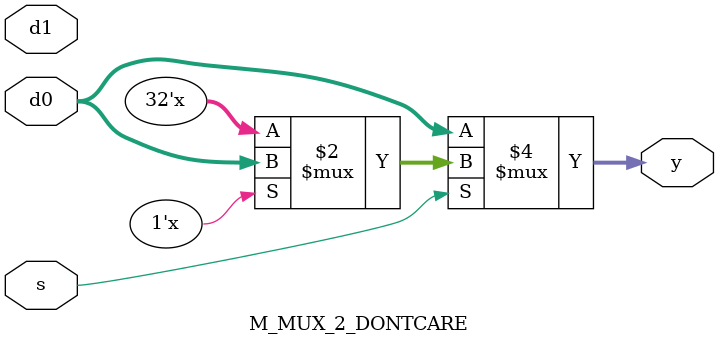
<source format=v>
module M_MUX_2_DONTCARE #(
    parameter WIDTH = 32
)(  input [WIDTH-1:0] d0, d1,
    input s,
    output reg[WIDTH-1:0] y);

    always @(*)begin
        case(s)
            1'b0 : y<=d0;
            1'bx : y<=d0;
            1'b1 : y<=d1;
        endcase
    end

endmodule
</source>
